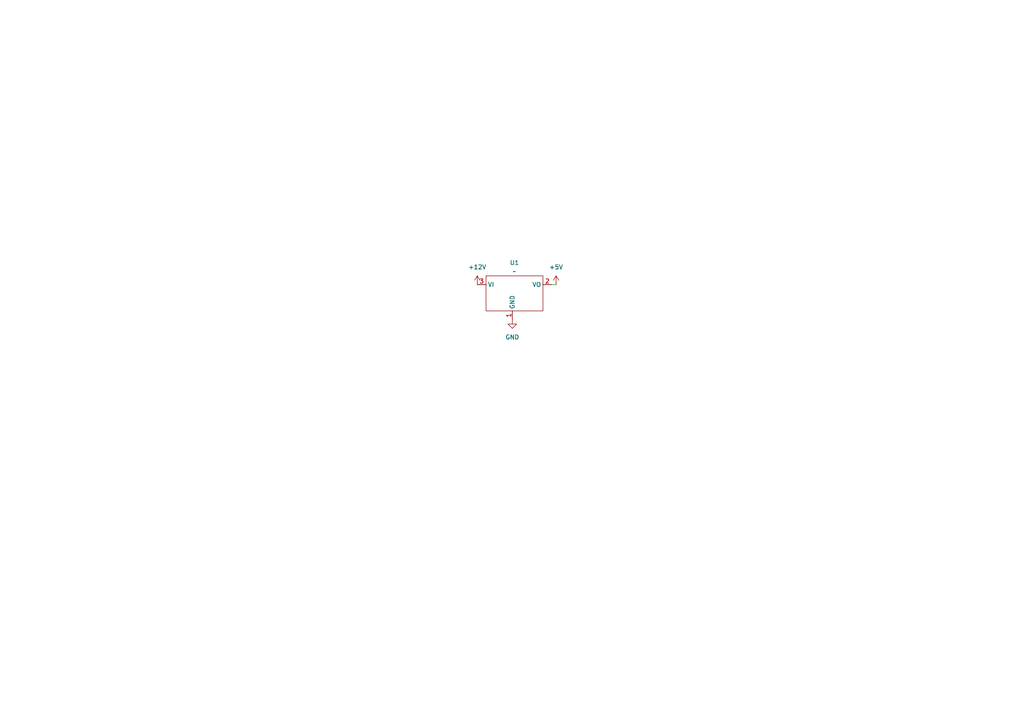
<source format=kicad_sch>
(kicad_sch (version 20231120) (generator "eeschema") (generator_version "8.0")
  (paper "A4")
  (lib_symbols
    (symbol "+5V_2" (power) (pin_numbers hide) (pin_names (offset 0) hide)
      (property "Value" "+5V" (at 0 3.556 0))
      (symbol "+5V_2_0_1"
        (polyline (pts (xy -0.762 1.27) (xy 0 2.54)))
        (polyline (pts (xy 0 0) (xy 0 2.54)))
        (polyline (pts (xy 0 2.54) (xy 0.762 1.27)))
      )
      (symbol "+5V_2_1_1"
        (pin power_in line (at 0 0 90) (length 0) (name "~") (number "1"))
      )
    )
    (symbol "GND_3" (power) (pin_numbers hide) (pin_names (offset 0) hide)
      (property "Value" "GND" (at 0 -3.81 0))
      (symbol "GND_3_0_1"
        (polyline (pts (xy 0 0) (xy 0 -1.27) (xy 1.27 -1.27) (xy 0 -2.54) (xy -1.27 -1.27) (xy 0 -1.27)))
      )
      (symbol "GND_3_1_1"
        (pin power_in line (at 0 0 270) (length 0) (name "~") (number "1"))
      )
    )
    (symbol "kicad-unified-universal-8.0.0:Buck"
      (property "Reference" "U1" (at 4.445 6.35 0))
      (property "Value" "~" (at 4.445 3.81 0))
      (symbol "Buck_1_1"
        (rectangle (start -3.81 2.54) (end 12.7 -7.62))
        (pin power_in line (at 3.81 -10.16 90) (length 2.54) (name "GND") (number "1"))
        (pin passive line (at 15.24 0 180) (length 2.54) (name "VO") (number "2"))
        (pin power_in line (at -6.35 0 0) (length 2.54) (name "VI") (number "3"))
      )
    )
    (symbol "power:+12V" (power) (pin_numbers hide) (pin_names (offset 0) hide)
      (property "Value" "+12V" (at 0 3.556 0))
      (symbol "+12V_0_1"
        (polyline (pts (xy -0.762 1.27) (xy 0 2.54)))
        (polyline (pts (xy 0 0) (xy 0 2.54)))
        (polyline (pts (xy 0 2.54) (xy 0.762 1.27)))
      )
      (symbol "+12V_1_1"
        (pin power_in line (at 0 0 90) (length 0) (name "~") (number "1"))
      )
    )
  )
  (wire (pts (xy 161.29 82.55) (xy 160.02 82.55)))
  (symbol (lib_name "GND_3") (lib_id "power:GND") (at 148.59 92.71 0) (unit 1)
    (property "Reference" "#PWR022" (effects (hide yes)))
    (property "Value" "GND" (at 148.59 97.79 0))
    (property "Description" "Power symbol creates a global label with name \"GND\" , ground" (effects (hide yes)))
    (instances (project "Projet_Animatronic" (path "" (reference "#PWR022") (unit 1)) (path "" (reference "#PWR016") (unit 1)) (path "" (reference "#PWR019") (unit 1)) (path "" (reference "#PWR025") (unit 1)) (path "" (reference "#PWR028") (unit 1)) (path "" (reference "#PWR031") (unit 1))))
  )
  (symbol (lib_id "power:+12V") (at 138.43 82.55 0) (unit 1)
    (property "Reference" "#PWR021" (effects (hide yes)))
    (property "Value" "+12V" (at 138.43 77.47 0))
    (property "Description" "Power symbol creates a global label with name \"+12V\"" (effects (hide yes)))
    (instances (project "Projet_Animatronic" (path "" (reference "#PWR021") (unit 1)) (path "" (reference "#PWR015") (unit 1)) (path "" (reference "#PWR018") (unit 1)) (path "" (reference "#PWR024") (unit 1)) (path "" (reference "#PWR027") (unit 1)) (path "" (reference "#PWR030") (unit 1))))
  )
  (symbol (lib_name "+5V_2") (lib_id "power:+5V") (at 161.29 82.55 0) (unit 1)
    (property "Reference" "#PWR023" (effects (hide yes)))
    (property "Value" "+5V" (at 161.29 77.47 0))
    (property "Description" "Power symbol creates a global label with name \"+5V\"" (effects (hide yes)))
    (instances (project "Projet_Animatronic" (path "" (reference "#PWR023") (unit 1)) (path "" (reference "#PWR017") (unit 1)) (path "" (reference "#PWR020") (unit 1)) (path "" (reference "#PWR026") (unit 1)) (path "" (reference "#PWR029") (unit 1)) (path "" (reference "#PWR032") (unit 1))))
  )
  (symbol (lib_id "kicad-unified-universal-8.0.0:Buck") (at 144.78 82.55 0) (unit 1)
    (property "Reference" "U1" (at 149.225 76.2 0))
    (property "Value" "~" (at 149.225 78.74 0))
    (property "Footprint" "libs:173010542" (effects (hide yes)))
    (instances (project "Projet_Animatronic" (path "" (reference "U1") (unit 1)) (path "" (reference "U2") (unit 1)) (path "" (reference "U3") (unit 1)) (path "" (reference "U4") (unit 1)) (path "" (reference "U5") (unit 1)) (path "" (reference "U6") (unit 1))))
  )
)
</source>
